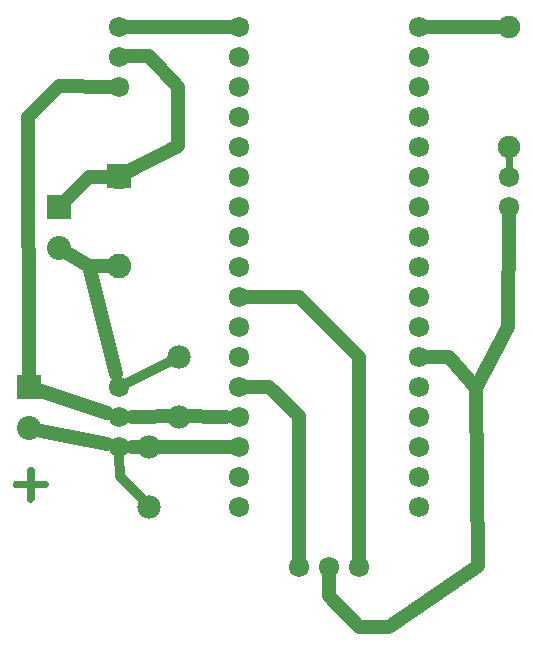
<source format=gbl>
G04 MADE WITH FRITZING*
G04 WWW.FRITZING.ORG*
G04 DOUBLE SIDED*
G04 HOLES PLATED*
G04 CONTOUR ON CENTER OF CONTOUR VECTOR*
%ASAXBY*%
%FSLAX23Y23*%
%MOIN*%
%OFA0B0*%
%SFA1.0B1.0*%
%ADD10C,0.067717*%
%ADD11C,0.080000*%
%ADD12C,0.082000*%
%ADD13C,0.078000*%
%ADD14C,0.075000*%
%ADD15R,0.080000X0.080000*%
%ADD16R,0.082000X0.082000*%
%ADD17C,0.048000*%
%ADD18C,0.032000*%
%ADD19C,0.024000*%
%ADD20R,0.001000X0.001000*%
%LNCOPPER0*%
G90*
G70*
G54D10*
X1780Y1453D03*
X1780Y1553D03*
X1080Y253D03*
X1180Y253D03*
X1280Y253D03*
X480Y2053D03*
X480Y1953D03*
X480Y1853D03*
X1480Y2053D03*
X1480Y1953D03*
X1480Y1853D03*
X1480Y1753D03*
X1480Y1653D03*
X1480Y1553D03*
X1480Y1453D03*
X1480Y1353D03*
X1480Y1253D03*
X1480Y1153D03*
X1480Y1053D03*
X1480Y953D03*
X1480Y853D03*
X1480Y753D03*
X1480Y653D03*
X1480Y553D03*
X1480Y453D03*
X880Y2053D03*
X880Y1953D03*
X880Y1853D03*
X880Y1753D03*
X880Y1653D03*
X880Y1553D03*
X880Y1453D03*
X880Y1353D03*
X880Y1253D03*
X880Y1153D03*
X880Y1053D03*
X880Y953D03*
X880Y853D03*
X880Y753D03*
X880Y653D03*
X880Y553D03*
X880Y453D03*
X480Y853D03*
X480Y753D03*
X480Y653D03*
G54D11*
X280Y1453D03*
X280Y1316D03*
X180Y853D03*
X180Y716D03*
G54D12*
X480Y1553D03*
X480Y1255D03*
X480Y1553D03*
X480Y1255D03*
G54D13*
X680Y953D03*
X680Y753D03*
X680Y953D03*
X680Y753D03*
X580Y653D03*
X580Y453D03*
X580Y653D03*
X580Y453D03*
G54D14*
X1780Y2053D03*
X1780Y1653D03*
X1780Y2053D03*
X1780Y1653D03*
G54D15*
X280Y1453D03*
X180Y853D03*
G54D16*
X480Y1554D03*
X480Y1554D03*
G54D17*
X439Y662D02*
X221Y707D01*
D02*
X220Y840D02*
X440Y767D01*
D02*
X306Y1299D02*
X379Y1254D01*
D02*
X379Y1254D02*
X470Y894D01*
D02*
X539Y653D02*
X522Y653D01*
D02*
X838Y753D02*
X681Y754D01*
D02*
X681Y754D02*
X522Y753D01*
D02*
X379Y1254D02*
X448Y1255D01*
D02*
X306Y1299D02*
X379Y1254D01*
D02*
X302Y1475D02*
X379Y1552D01*
D02*
X379Y1552D02*
X448Y1553D01*
D02*
X511Y2053D02*
X849Y2053D01*
D02*
X511Y1954D02*
X580Y1954D01*
D02*
X580Y1954D02*
X677Y1851D01*
D02*
X677Y1851D02*
X677Y1655D01*
D02*
X677Y1655D02*
X508Y1568D01*
D02*
X178Y1752D02*
X280Y1854D01*
D02*
X180Y884D02*
X178Y1752D01*
D02*
X280Y1854D02*
X449Y1853D01*
G54D18*
D02*
X482Y554D02*
X480Y623D01*
D02*
X559Y475D02*
X482Y554D01*
D02*
X507Y867D02*
X653Y940D01*
G54D17*
D02*
X849Y653D02*
X610Y653D01*
D02*
X1579Y953D02*
X1511Y953D01*
D02*
X1678Y255D02*
X1670Y849D01*
D02*
X1379Y51D02*
X1678Y255D01*
D02*
X1670Y849D02*
X1579Y953D01*
D02*
X1180Y155D02*
X1280Y51D01*
D02*
X1180Y223D02*
X1180Y155D01*
D02*
X1280Y51D02*
X1379Y51D01*
D02*
X1080Y754D02*
X980Y853D01*
D02*
X1080Y284D02*
X1080Y754D01*
D02*
X980Y853D02*
X911Y853D01*
D02*
X1280Y953D02*
X1280Y284D01*
D02*
X911Y1153D02*
X1080Y1153D01*
D02*
X1080Y1153D02*
X1280Y953D01*
G54D19*
D02*
X1780Y1584D02*
X1780Y1625D01*
G54D17*
D02*
X1511Y2053D02*
X1751Y2053D01*
D02*
X1670Y849D02*
X1778Y1053D01*
D02*
X1778Y1053D02*
X1780Y1423D01*
G54D20*
X182Y586D02*
X190Y586D01*
X180Y585D02*
X192Y585D01*
X179Y584D02*
X193Y584D01*
X178Y583D02*
X194Y583D01*
X177Y582D02*
X195Y582D01*
X176Y581D02*
X196Y581D01*
X176Y580D02*
X197Y580D01*
X175Y579D02*
X197Y579D01*
X175Y578D02*
X197Y578D01*
X175Y577D02*
X198Y577D01*
X175Y576D02*
X198Y576D01*
X174Y575D02*
X198Y575D01*
X174Y574D02*
X198Y574D01*
X174Y573D02*
X198Y573D01*
X174Y572D02*
X198Y572D01*
X174Y571D02*
X198Y571D01*
X174Y570D02*
X198Y570D01*
X174Y569D02*
X198Y569D01*
X174Y568D02*
X198Y568D01*
X174Y567D02*
X198Y567D01*
X174Y566D02*
X198Y566D01*
X174Y565D02*
X198Y565D01*
X174Y564D02*
X198Y564D01*
X174Y563D02*
X198Y563D01*
X174Y562D02*
X198Y562D01*
X174Y561D02*
X198Y561D01*
X174Y560D02*
X198Y560D01*
X174Y559D02*
X198Y559D01*
X174Y558D02*
X198Y558D01*
X174Y557D02*
X198Y557D01*
X174Y556D02*
X198Y556D01*
X174Y555D02*
X198Y555D01*
X174Y554D02*
X198Y554D01*
X174Y553D02*
X198Y553D01*
X174Y552D02*
X198Y552D01*
X174Y551D02*
X198Y551D01*
X174Y550D02*
X198Y550D01*
X174Y549D02*
X198Y549D01*
X174Y548D02*
X198Y548D01*
X174Y547D02*
X198Y547D01*
X174Y546D02*
X198Y546D01*
X174Y545D02*
X198Y545D01*
X174Y544D02*
X198Y544D01*
X174Y543D02*
X198Y543D01*
X174Y542D02*
X198Y542D01*
X174Y541D02*
X198Y541D01*
X174Y540D02*
X198Y540D01*
X174Y539D02*
X198Y539D01*
X134Y538D02*
X238Y538D01*
X132Y537D02*
X240Y537D01*
X131Y536D02*
X241Y536D01*
X130Y535D02*
X243Y535D01*
X129Y534D02*
X243Y534D01*
X128Y533D02*
X244Y533D01*
X128Y532D02*
X245Y532D01*
X127Y531D02*
X245Y531D01*
X127Y530D02*
X245Y530D01*
X126Y529D02*
X246Y529D01*
X126Y528D02*
X246Y528D01*
X126Y527D02*
X246Y527D01*
X126Y526D02*
X246Y526D01*
X126Y525D02*
X246Y525D01*
X126Y524D02*
X246Y524D01*
X127Y523D02*
X245Y523D01*
X127Y522D02*
X245Y522D01*
X128Y521D02*
X244Y521D01*
X128Y520D02*
X244Y520D01*
X129Y519D02*
X243Y519D01*
X130Y518D02*
X242Y518D01*
X131Y517D02*
X241Y517D01*
X133Y516D02*
X240Y516D01*
X135Y515D02*
X237Y515D01*
X174Y514D02*
X198Y514D01*
X174Y513D02*
X198Y513D01*
X174Y512D02*
X198Y512D01*
X174Y511D02*
X198Y511D01*
X174Y510D02*
X198Y510D01*
X174Y509D02*
X198Y509D01*
X174Y508D02*
X198Y508D01*
X174Y507D02*
X198Y507D01*
X174Y506D02*
X198Y506D01*
X174Y505D02*
X198Y505D01*
X174Y504D02*
X198Y504D01*
X174Y503D02*
X198Y503D01*
X174Y502D02*
X198Y502D01*
X174Y501D02*
X198Y501D01*
X174Y500D02*
X198Y500D01*
X174Y499D02*
X198Y499D01*
X174Y498D02*
X198Y498D01*
X174Y497D02*
X198Y497D01*
X174Y496D02*
X198Y496D01*
X174Y495D02*
X198Y495D01*
X174Y494D02*
X198Y494D01*
X174Y493D02*
X198Y493D01*
X174Y492D02*
X198Y492D01*
X174Y491D02*
X198Y491D01*
X174Y490D02*
X198Y490D01*
X174Y489D02*
X198Y489D01*
X174Y488D02*
X198Y488D01*
X174Y487D02*
X198Y487D01*
X174Y486D02*
X198Y486D01*
X174Y485D02*
X198Y485D01*
X174Y484D02*
X198Y484D01*
X174Y483D02*
X198Y483D01*
X174Y482D02*
X198Y482D01*
X174Y481D02*
X198Y481D01*
X174Y480D02*
X198Y480D01*
X174Y479D02*
X198Y479D01*
X174Y478D02*
X198Y478D01*
X175Y477D02*
X198Y477D01*
X175Y476D02*
X198Y476D01*
X175Y475D02*
X197Y475D01*
X175Y474D02*
X197Y474D01*
X176Y473D02*
X196Y473D01*
X176Y472D02*
X196Y472D01*
X177Y471D02*
X195Y471D01*
X178Y470D02*
X194Y470D01*
X179Y469D02*
X193Y469D01*
X180Y468D02*
X192Y468D01*
X182Y467D02*
X190Y467D01*
D02*
G04 End of Copper0*
M02*
</source>
